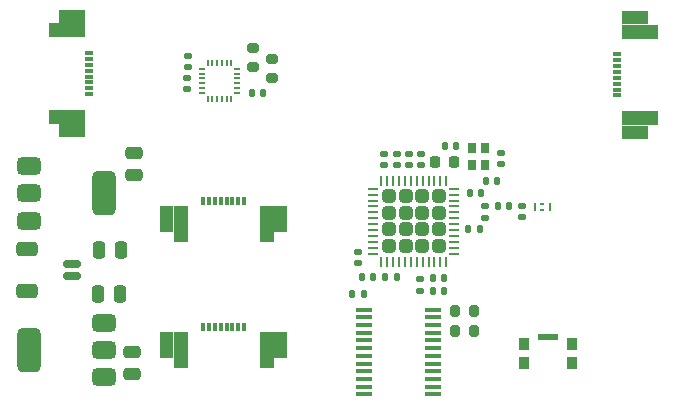
<source format=gbr>
%TF.GenerationSoftware,KiCad,Pcbnew,8.0.6*%
%TF.CreationDate,2024-11-26T20:51:27-05:00*%
%TF.ProjectId,pb_mobo_final,70625f6d-6f62-46f5-9f66-696e616c2e6b,rev?*%
%TF.SameCoordinates,Original*%
%TF.FileFunction,Paste,Top*%
%TF.FilePolarity,Positive*%
%FSLAX46Y46*%
G04 Gerber Fmt 4.6, Leading zero omitted, Abs format (unit mm)*
G04 Created by KiCad (PCBNEW 8.0.6) date 2024-11-26 20:51:27*
%MOMM*%
%LPD*%
G01*
G04 APERTURE LIST*
G04 Aperture macros list*
%AMRoundRect*
0 Rectangle with rounded corners*
0 $1 Rounding radius*
0 $2 $3 $4 $5 $6 $7 $8 $9 X,Y pos of 4 corners*
0 Add a 4 corners polygon primitive as box body*
4,1,4,$2,$3,$4,$5,$6,$7,$8,$9,$2,$3,0*
0 Add four circle primitives for the rounded corners*
1,1,$1+$1,$2,$3*
1,1,$1+$1,$4,$5*
1,1,$1+$1,$6,$7*
1,1,$1+$1,$8,$9*
0 Add four rect primitives between the rounded corners*
20,1,$1+$1,$2,$3,$4,$5,0*
20,1,$1+$1,$4,$5,$6,$7,0*
20,1,$1+$1,$6,$7,$8,$9,0*
20,1,$1+$1,$8,$9,$2,$3,0*%
G04 Aperture macros list end*
%ADD10C,0.000000*%
%ADD11RoundRect,0.050000X-0.050000X0.225000X-0.050000X-0.225000X0.050000X-0.225000X0.050000X0.225000X0*%
%ADD12RoundRect,0.050000X-0.225000X-0.050000X0.225000X-0.050000X0.225000X0.050000X-0.225000X0.050000X0*%
%ADD13RoundRect,0.250000X-0.250000X-0.475000X0.250000X-0.475000X0.250000X0.475000X-0.250000X0.475000X0*%
%ADD14RoundRect,0.140000X0.170000X-0.140000X0.170000X0.140000X-0.170000X0.140000X-0.170000X-0.140000X0*%
%ADD15RoundRect,0.140000X-0.170000X0.140000X-0.170000X-0.140000X0.170000X-0.140000X0.170000X0.140000X0*%
%ADD16RoundRect,0.140000X-0.140000X-0.170000X0.140000X-0.170000X0.140000X0.170000X-0.140000X0.170000X0*%
%ADD17RoundRect,0.375000X-0.625000X-0.375000X0.625000X-0.375000X0.625000X0.375000X-0.625000X0.375000X0*%
%ADD18RoundRect,0.500000X-0.500000X-1.400000X0.500000X-1.400000X0.500000X1.400000X-0.500000X1.400000X0*%
%ADD19RoundRect,0.200000X0.275000X-0.200000X0.275000X0.200000X-0.275000X0.200000X-0.275000X-0.200000X0*%
%ADD20R,3.049999X1.300000*%
%ADD21R,0.800000X0.300000*%
%ADD22R,0.300000X0.800000*%
%ADD23R,1.300000X3.049999*%
%ADD24RoundRect,0.150000X-0.625000X0.150000X-0.625000X-0.150000X0.625000X-0.150000X0.625000X0.150000X0*%
%ADD25RoundRect,0.250000X-0.650000X0.350000X-0.650000X-0.350000X0.650000X-0.350000X0.650000X0.350000X0*%
%ADD26RoundRect,0.200000X0.200000X0.275000X-0.200000X0.275000X-0.200000X-0.275000X0.200000X-0.275000X0*%
%ADD27RoundRect,0.225000X-0.225000X-0.250000X0.225000X-0.250000X0.225000X0.250000X-0.225000X0.250000X0*%
%ADD28R,0.900000X1.000000*%
%ADD29R,1.700000X0.550000*%
%ADD30RoundRect,0.140000X0.140000X0.170000X-0.140000X0.170000X-0.140000X-0.170000X0.140000X-0.170000X0*%
%ADD31RoundRect,0.135000X-0.135000X-0.185000X0.135000X-0.185000X0.135000X0.185000X-0.135000X0.185000X0*%
%ADD32RoundRect,0.250000X0.315000X-0.315000X0.315000X0.315000X-0.315000X0.315000X-0.315000X-0.315000X0*%
%ADD33RoundRect,0.062500X0.062500X-0.375000X0.062500X0.375000X-0.062500X0.375000X-0.062500X-0.375000X0*%
%ADD34RoundRect,0.062500X0.375000X-0.062500X0.375000X0.062500X-0.375000X0.062500X-0.375000X-0.062500X0*%
%ADD35RoundRect,0.147500X-0.147500X-0.172500X0.147500X-0.172500X0.147500X0.172500X-0.147500X0.172500X0*%
%ADD36RoundRect,0.250000X0.475000X-0.250000X0.475000X0.250000X-0.475000X0.250000X-0.475000X-0.250000X0*%
%ADD37RoundRect,0.375000X0.625000X0.375000X-0.625000X0.375000X-0.625000X-0.375000X0.625000X-0.375000X0*%
%ADD38RoundRect,0.500000X0.500000X1.400000X-0.500000X1.400000X-0.500000X-1.400000X0.500000X-1.400000X0*%
%ADD39R,0.800000X0.900000*%
%ADD40R,0.457200X0.254000*%
%ADD41R,0.279400X0.711200*%
%ADD42RoundRect,0.135000X0.135000X0.185000X-0.135000X0.185000X-0.135000X-0.185000X0.135000X-0.185000X0*%
%ADD43RoundRect,0.250000X-0.475000X0.250000X-0.475000X-0.250000X0.475000X-0.250000X0.475000X0.250000X0*%
%ADD44R,1.473200X0.355600*%
G04 APERTURE END LIST*
D10*
%TO.C,J6*%
G36*
X162025000Y-77200003D02*
G01*
X159825000Y-77200003D01*
X159825000Y-76100003D01*
X162025000Y-76100003D01*
X162025000Y-77200003D01*
G37*
G36*
X162025000Y-67500003D02*
G01*
X159825000Y-67500003D01*
X159825000Y-66400003D01*
X162025000Y-66400003D01*
X162025000Y-67500003D01*
G37*
%TO.C,J4*%
G36*
X169500000Y-85175000D02*
G01*
X168400000Y-85175000D01*
X168400000Y-82975000D01*
X169500000Y-82975000D01*
X169500000Y-85175000D01*
G37*
G36*
X179200000Y-85175000D02*
G01*
X178100000Y-85175000D01*
X178100000Y-82975000D01*
X179200000Y-82975000D01*
X179200000Y-85175000D01*
G37*
%TO.C,J5*%
G36*
X209726070Y-77300000D02*
G01*
X207526070Y-77300000D01*
X207526070Y-76200000D01*
X209726070Y-76200000D01*
X209726070Y-77300000D01*
G37*
G36*
X209726070Y-67600000D02*
G01*
X207526070Y-67600000D01*
X207526070Y-66500000D01*
X209726070Y-66500000D01*
X209726070Y-67600000D01*
G37*
%TO.C,J3*%
G36*
X169500000Y-95900000D02*
G01*
X168400000Y-95900000D01*
X168400000Y-93700000D01*
X169500000Y-93700000D01*
X169500000Y-95900000D01*
G37*
G36*
X179200000Y-95900000D02*
G01*
X178100000Y-95900000D01*
X178100000Y-93700000D01*
X179200000Y-93700000D01*
X179200000Y-95900000D01*
G37*
%TD*%
D11*
%TO.C,U6*%
X174443101Y-70913101D03*
X174043101Y-70913101D03*
X173643101Y-70913101D03*
X173243101Y-70913101D03*
X172843101Y-70913101D03*
X172443101Y-70913101D03*
D12*
X171943101Y-71413101D03*
X171943101Y-71813101D03*
X171943101Y-72213101D03*
X171943101Y-72613101D03*
X171943101Y-73013101D03*
X171943101Y-73413101D03*
D11*
X172443101Y-73913101D03*
X172843101Y-73913101D03*
X173243101Y-73913101D03*
X173643101Y-73913101D03*
X174043101Y-73913101D03*
X174443101Y-73913101D03*
D12*
X174943101Y-73413101D03*
X174943101Y-73013101D03*
X174943101Y-72613101D03*
X174943101Y-72213101D03*
X174943101Y-71813101D03*
X174943101Y-71413101D03*
%TD*%
D13*
%TO.C,C21*%
X163250000Y-86700000D03*
X165150000Y-86700000D03*
%TD*%
D14*
%TO.C,C5*%
X189500000Y-79580000D03*
X189500000Y-78620000D03*
%TD*%
D15*
%TO.C,C3*%
X190400000Y-89220000D03*
X190400000Y-90180000D03*
%TD*%
D16*
%TO.C,C13*%
X191520000Y-90200000D03*
X192480000Y-90200000D03*
%TD*%
D17*
%TO.C,U5*%
X157350000Y-79650000D03*
X157350000Y-81950000D03*
D18*
X163650000Y-81950000D03*
D17*
X157350000Y-84250000D03*
%TD*%
D19*
%TO.C,R5*%
X176293101Y-71263101D03*
X176293101Y-69613101D03*
%TD*%
D16*
%TO.C,C12*%
X191520000Y-89130000D03*
X192480000Y-89130000D03*
%TD*%
D20*
%TO.C,J6*%
X160500000Y-75450000D03*
X160500000Y-68150006D03*
D21*
X162425000Y-73550007D03*
X162425000Y-73050006D03*
X162425000Y-72550007D03*
X162425000Y-72050008D03*
X162425000Y-71550006D03*
X162425000Y-71050007D03*
X162425000Y-70550006D03*
X162425000Y-70050007D03*
%TD*%
D22*
%TO.C,J4*%
X172050004Y-82575000D03*
X172550003Y-82575000D03*
X173050004Y-82575000D03*
X173550003Y-82575000D03*
X174050005Y-82575000D03*
X174550004Y-82575000D03*
X175050003Y-82575000D03*
X175550004Y-82575000D03*
D23*
X170150003Y-84500000D03*
X177449997Y-84500000D03*
%TD*%
D24*
%TO.C,J2*%
X161000000Y-87950000D03*
X161000000Y-88950000D03*
D25*
X157125000Y-86650000D03*
X157125000Y-90250000D03*
%TD*%
D14*
%TO.C,C9*%
X187400000Y-79580000D03*
X187400000Y-78620000D03*
%TD*%
%TO.C,C24*%
X170793101Y-71263101D03*
X170793101Y-70303101D03*
%TD*%
%TO.C,C6*%
X190500000Y-79560000D03*
X190500000Y-78600000D03*
%TD*%
D15*
%TO.C,C16*%
X199100000Y-83980000D03*
X199100000Y-83020000D03*
%TD*%
D26*
%TO.C,R2*%
X193375000Y-93600000D03*
X195025000Y-93600000D03*
%TD*%
D14*
%TO.C,C22*%
X170693101Y-73143101D03*
X170693101Y-72183101D03*
%TD*%
%TO.C,C10*%
X188500000Y-79580000D03*
X188500000Y-78620000D03*
%TD*%
D16*
%TO.C,C15*%
X194620000Y-81900000D03*
X195580000Y-81900000D03*
%TD*%
D27*
%TO.C,C11*%
X191725000Y-79300000D03*
X193275000Y-79300000D03*
%TD*%
D28*
%TO.C,SW2*%
X199200000Y-94700000D03*
X203300000Y-94700000D03*
X199200000Y-96300000D03*
X203300000Y-96300000D03*
D29*
X201250000Y-94075000D03*
%TD*%
D30*
%TO.C,C1*%
X193460000Y-77900000D03*
X192500000Y-77900000D03*
%TD*%
D14*
%TO.C,C2*%
X197300000Y-78520000D03*
X197300000Y-79480000D03*
%TD*%
%TO.C,C4*%
X185200000Y-87880000D03*
X185200000Y-86920000D03*
%TD*%
D26*
%TO.C,R1*%
X195025000Y-91900000D03*
X193375000Y-91900000D03*
%TD*%
D31*
%TO.C,R4*%
X187480000Y-89000000D03*
X188500000Y-89000000D03*
%TD*%
D16*
%TO.C,C14*%
X196020000Y-80900000D03*
X196980000Y-80900000D03*
%TD*%
D30*
%TO.C,C7*%
X186460000Y-89000000D03*
X185500000Y-89000000D03*
%TD*%
D32*
%TO.C,U1*%
X187800000Y-86400000D03*
X189200000Y-86400000D03*
X190600000Y-86400000D03*
X192000000Y-86400000D03*
X187800000Y-85000000D03*
X189200000Y-85000000D03*
X190600000Y-85000000D03*
X192000000Y-85000000D03*
X187800000Y-83600000D03*
X189200000Y-83600000D03*
X190600000Y-83600000D03*
X192000000Y-83600000D03*
X187800000Y-82200000D03*
X189200000Y-82200000D03*
X190600000Y-82200000D03*
X192000000Y-82200000D03*
D33*
X187150000Y-87737500D03*
X187650000Y-87737500D03*
X188150000Y-87737500D03*
X188650000Y-87737500D03*
X189150000Y-87737500D03*
X189650000Y-87737500D03*
X190150000Y-87737500D03*
X190650000Y-87737500D03*
X191150000Y-87737500D03*
X191650000Y-87737500D03*
X192150000Y-87737500D03*
X192650000Y-87737500D03*
D34*
X193337500Y-87050000D03*
X193337500Y-86550000D03*
X193337500Y-86050000D03*
X193337500Y-85550000D03*
X193337500Y-85050000D03*
X193337500Y-84550000D03*
X193337500Y-84050000D03*
X193337500Y-83550000D03*
X193337500Y-83050000D03*
X193337500Y-82550000D03*
X193337500Y-82050000D03*
X193337500Y-81550000D03*
D33*
X192650000Y-80862500D03*
X192150000Y-80862500D03*
X191650000Y-80862500D03*
X191150000Y-80862500D03*
X190650000Y-80862500D03*
X190150000Y-80862500D03*
X189650000Y-80862500D03*
X189150000Y-80862500D03*
X188650000Y-80862500D03*
X188150000Y-80862500D03*
X187650000Y-80862500D03*
X187150000Y-80862500D03*
D34*
X186462500Y-81550000D03*
X186462500Y-82050000D03*
X186462500Y-82550000D03*
X186462500Y-83050000D03*
X186462500Y-83550000D03*
X186462500Y-84050000D03*
X186462500Y-84550000D03*
X186462500Y-85050000D03*
X186462500Y-85550000D03*
X186462500Y-86050000D03*
X186462500Y-86550000D03*
X186462500Y-87050000D03*
%TD*%
D35*
%TO.C,L1*%
X197985000Y-83000000D03*
X197015000Y-83000000D03*
%TD*%
D36*
%TO.C,C20*%
X166200000Y-80400000D03*
X166200000Y-78500000D03*
%TD*%
D20*
%TO.C,J5*%
X209051070Y-68250003D03*
X209051070Y-75549997D03*
D21*
X207126070Y-70149996D03*
X207126070Y-70649997D03*
X207126070Y-71149996D03*
X207126070Y-71649995D03*
X207126070Y-72149997D03*
X207126070Y-72649996D03*
X207126070Y-73149997D03*
X207126070Y-73649996D03*
%TD*%
D16*
%TO.C,C8*%
X194520000Y-85000000D03*
X195480000Y-85000000D03*
%TD*%
D37*
%TO.C,U3*%
X163650000Y-97500000D03*
X163650000Y-95200000D03*
D38*
X157350000Y-95200000D03*
D37*
X163650000Y-92900000D03*
%TD*%
D39*
%TO.C,Y1*%
X195950000Y-78100000D03*
X195950000Y-79500000D03*
X194850000Y-79500000D03*
X194850000Y-78100000D03*
%TD*%
D15*
%TO.C,C17*%
X195900000Y-84000000D03*
X195900000Y-83040000D03*
%TD*%
D40*
%TO.C,U2*%
X200790400Y-83328600D03*
D41*
X201400000Y-83100000D03*
D40*
X200790400Y-82871400D03*
D41*
X200180800Y-83100000D03*
%TD*%
D42*
%TO.C,R3*%
X185710000Y-90500000D03*
X184690000Y-90500000D03*
%TD*%
D43*
%TO.C,C18*%
X166000000Y-97250000D03*
X166000000Y-95350000D03*
%TD*%
D16*
%TO.C,C23*%
X177173101Y-73463101D03*
X176213101Y-73463101D03*
%TD*%
D13*
%TO.C,C19*%
X163150000Y-90450000D03*
X165050000Y-90450000D03*
%TD*%
D19*
%TO.C,R6*%
X177893101Y-72188101D03*
X177893101Y-70538101D03*
%TD*%
D44*
%TO.C,U4*%
X185658000Y-91800000D03*
X185658000Y-92449999D03*
X185658000Y-93099997D03*
X185658000Y-93749998D03*
X185658000Y-94399997D03*
X185658000Y-95049998D03*
X185658000Y-95699997D03*
X185658000Y-96349998D03*
X185658000Y-96999997D03*
X185658000Y-97649998D03*
X185658000Y-98299997D03*
X185658000Y-98949998D03*
X191500000Y-98949998D03*
X191500000Y-98299999D03*
X191500000Y-97649998D03*
X191500000Y-97000000D03*
X191500000Y-96349998D03*
X191500000Y-95700000D03*
X191500000Y-95050001D03*
X191500000Y-94400000D03*
X191500000Y-93750001D03*
X191500000Y-93100000D03*
X191500000Y-92450001D03*
X191500000Y-91800000D03*
%TD*%
D22*
%TO.C,J3*%
X172050004Y-93300000D03*
X172550003Y-93300000D03*
X173050004Y-93300000D03*
X173550003Y-93300000D03*
X174050005Y-93300000D03*
X174550004Y-93300000D03*
X175050003Y-93300000D03*
X175550004Y-93300000D03*
D23*
X170150003Y-95225000D03*
X177449997Y-95225000D03*
%TD*%
M02*

</source>
